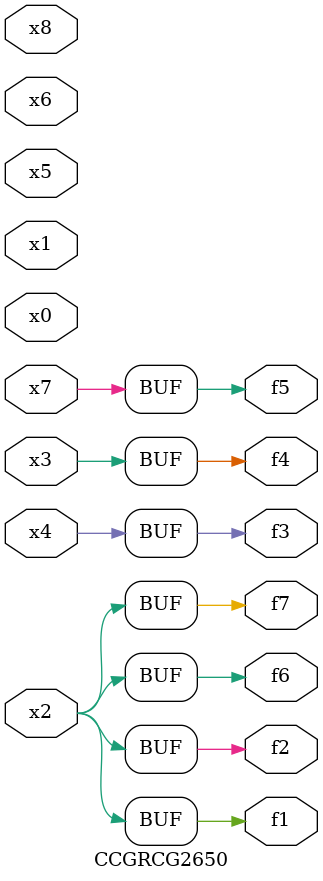
<source format=v>
module CCGRCG2650(
	input x0, x1, x2, x3, x4, x5, x6, x7, x8,
	output f1, f2, f3, f4, f5, f6, f7
);
	assign f1 = x2;
	assign f2 = x2;
	assign f3 = x4;
	assign f4 = x3;
	assign f5 = x7;
	assign f6 = x2;
	assign f7 = x2;
endmodule

</source>
